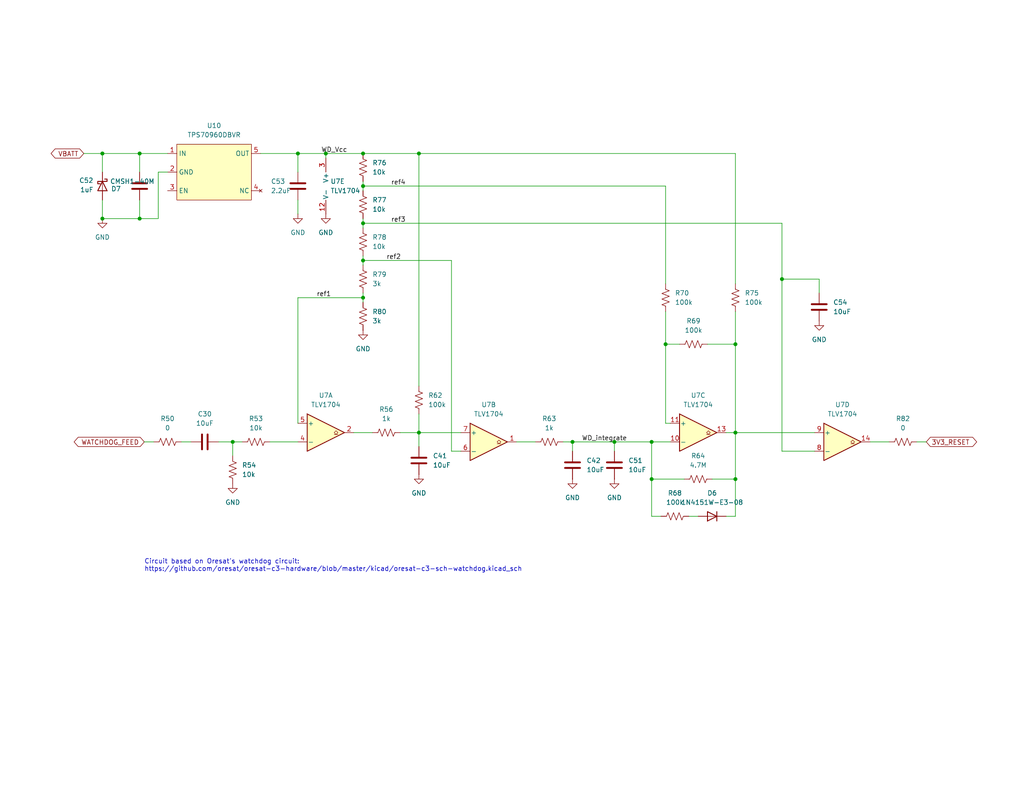
<source format=kicad_sch>
(kicad_sch (version 20250114) (generator "eeschema") (generator_version "9.0")
  (paper "USLetter")
  (title_block (title "Reaction Wheel Motor Board") (date "2025-04-07") (rev "1.1") (company "Stanford Student Space Initiative") (comment 1 "Carson Lauer"))
  (lib_symbols
    (symbol "Device:C" (pin_numbers (hide yes)) (pin_names (offset 0.254))
      (property "Reference" "C" (at 0.635 2.54 0))
      (property "Value" "C" (at 0.635 -2.54 0))
      (symbol "C_0_1"
        (polyline (pts (xy -2.032 0.762) (xy 2.032 0.762)) (stroke (width 0.508)))
        (polyline (pts (xy -2.032 -0.762) (xy 2.032 -0.762)) (stroke (width 0.508)))
      )
      (symbol "C_1_1"
        (pin passive line (at 0 3.81 270) (length 2.794) (name "~") (number "1"))
        (pin passive line (at 0 -3.81 90) (length 2.794) (name "~") (number "2"))
      )
    )
    (symbol "Device:D" (pin_numbers (hide yes)) (pin_names (offset 1.016) (hide yes))
      (property "Reference" "D" (at 0 2.54 0))
      (property "Value" "D" (at 0 -2.54 0))
      (symbol "D_0_1"
        (polyline (pts (xy -1.27 1.27) (xy -1.27 -1.27)) (stroke (width 0.254)))
        (polyline (pts (xy 1.27 1.27) (xy 1.27 -1.27) (xy -1.27 0) (xy 1.27 1.27)) (stroke (width 0.254)))
        (polyline (pts (xy 1.27 0) (xy -1.27 0)))
      )
      (symbol "D_1_1"
        (pin passive line (at -3.81 0 0) (length 2.54) (name "K") (number "1"))
        (pin passive line (at 3.81 0 180) (length 2.54) (name "A") (number "2"))
      )
    )
    (symbol "Device:D_Schottky" (pin_numbers (hide yes)) (pin_names (offset 1.016) (hide yes))
      (property "Reference" "D" (at 0 2.54 0))
      (property "Value" "D_Schottky" (at 0 -2.54 0))
      (symbol "D_Schottky_0_1"
        (polyline (pts (xy -1.905 0.635) (xy -1.905 1.27) (xy -1.27 1.27) (xy -1.27 -1.27) (xy -0.635 -1.27) (xy -0.635 -0.635)) (stroke (width 0.254)))
        (polyline (pts (xy 1.27 1.27) (xy 1.27 -1.27) (xy -1.27 0) (xy 1.27 1.27)) (stroke (width 0.254)))
        (polyline (pts (xy 1.27 0) (xy -1.27 0)))
      )
      (symbol "D_Schottky_1_1"
        (pin passive line (at -3.81 0 0) (length 2.54) (name "K") (number "1"))
        (pin passive line (at 3.81 0 180) (length 2.54) (name "A") (number "2"))
      )
    )
    (symbol "Device:R_US" (pin_numbers (hide yes)) (pin_names (offset 0))
      (property "Reference" "R" (at 2.54 0 90))
      (property "Value" "R_US" (at -2.54 0 90))
      (symbol "R_US_0_1"
        (polyline (pts (xy 0 2.286) (xy 0 2.54)))
        (polyline (pts (xy 0 2.286) (xy 1.016 1.905) (xy 0 1.524) (xy -1.016 1.143) (xy 0 0.762)))
        (polyline (pts (xy 0 0.762) (xy 1.016 0.381) (xy 0 0) (xy -1.016 -0.381) (xy 0 -0.762)))
        (polyline (pts (xy 0 -0.762) (xy 1.016 -1.143) (xy 0 -1.524) (xy -1.016 -1.905) (xy 0 -2.286)))
        (polyline (pts (xy 0 -2.286) (xy 0 -2.54)))
      )
      (symbol "R_US_1_1"
        (pin passive line (at 0 3.81 270) (length 1.27) (name "~") (number "1"))
        (pin passive line (at 0 -3.81 90) (length 1.27) (name "~") (number "2"))
      )
    )
    (symbol "power:GND" (power) (pin_numbers (hide yes)) (pin_names (offset 0) (hide yes))
      (property "Value" "GND" (at 0 -3.81 0))
      (symbol "GND_0_1"
        (polyline (pts (xy 0 0) (xy 0 -1.27) (xy 1.27 -1.27) (xy 0 -2.54) (xy -1.27 -1.27) (xy 0 -1.27)))
      )
      (symbol "GND_1_1"
        (pin power_in line (at 0 0 270) (length 0) (name "~") (number "1"))
      )
    )
    (symbol "ssi_IC:TLV1704" (pin_names (offset 0.127))
      (property "Reference" "U" (at 0 5.08 0))
      (property "Value" "TLV1704" (at 0 -5.08 0))
      (symbol "TLV1704_1_1"
        (polyline (pts (xy -5.08 5.08) (xy 5.08 0) (xy -5.08 -5.08) (xy -5.08 5.08)) (stroke (width 0.254)) (fill (type background)))
        (polyline (pts (xy 3.302 -0.508) (xy 2.794 -0.508) (xy 3.302 0) (xy 2.794 0.508) (xy 2.286 0) (xy 2.794 -0.508) (xy 2.286 -0.508)) (stroke (width 0.127)))
        (pin input line (at -7.62 2.54 0) (length 2.54) (name "+") (number "5"))
        (pin input line (at -7.62 -2.54 0) (length 2.54) (name "-") (number "4"))
        (pin open_collector line (at 7.62 0 180) (length 2.54) (name "~") (number "2"))
      )
      (symbol "TLV1704_2_1"
        (polyline (pts (xy -5.08 5.08) (xy 5.08 0) (xy -5.08 -5.08) (xy -5.08 5.08)) (stroke (width 0.254)) (fill (type background)))
        (polyline (pts (xy 3.302 -0.508) (xy 2.794 -0.508) (xy 3.302 0) (xy 2.794 0.508) (xy 2.286 0) (xy 2.794 -0.508) (xy 2.286 -0.508)) (stroke (width 0.127)))
        (pin input line (at -7.62 2.54 0) (length 2.54) (name "+") (number "7"))
        (pin input line (at -7.62 -2.54 0) (length 2.54) (name "-") (number "6"))
        (pin open_collector line (at 7.62 0 180) (length 2.54) (name "~") (number "1"))
      )
      (symbol "TLV1704_3_1"
        (polyline (pts (xy -5.08 5.08) (xy 5.08 0) (xy -5.08 -5.08) (xy -5.08 5.08)) (stroke (width 0.254)) (fill (type background)))
        (polyline (pts (xy 3.302 -0.508) (xy 2.794 -0.508) (xy 3.302 0) (xy 2.794 0.508) (xy 2.286 0) (xy 2.794 -0.508) (xy 2.286 -0.508)) (stroke (width 0.127)))
        (pin input line (at -7.62 2.54 0) (length 2.54) (name "+") (number "11"))
        (pin input line (at -7.62 -2.54 0) (length 2.54) (name "-") (number "10"))
        (pin open_collector line (at 7.62 0 180) (length 2.54) (name "~") (number "13"))
      )
      (symbol "TLV1704_4_1"
        (polyline (pts (xy -5.08 5.08) (xy 5.08 0) (xy -5.08 -5.08) (xy -5.08 5.08)) (stroke (width 0.254)) (fill (type background)))
        (polyline (pts (xy 3.302 -0.508) (xy 2.794 -0.508) (xy 3.302 0) (xy 2.794 0.508) (xy 2.286 0) (xy 2.794 -0.508) (xy 2.286 -0.508)) (stroke (width 0.127)))
        (pin input line (at -7.62 2.54 0) (length 2.54) (name "+") (number "9"))
        (pin input line (at -7.62 -2.54 0) (length 2.54) (name "-") (number "8"))
        (pin open_collector line (at 7.62 0 180) (length 2.54) (name "~") (number "14"))
      )
      (symbol "TLV1704_5_1"
        (pin power_in line (at -2.54 7.62 270) (length 3.81) (name "V+") (number "3"))
        (pin power_in line (at -2.54 -7.62 90) (length 3.81) (name "V-") (number "12"))
      )
    )
    (symbol "ssi_IC:TPS70960DBVR"
      (property "Reference" "U" (at 0 8.382 0))
      (property "Value" "TPS70960DBVR" (at -0.254 18.542 0))
      (symbol "TPS70960DBVR_1_1"
        (rectangle (start -10.16 6.35) (end 10.16 -8.89) (fill (type background)))
        (pin power_in line (at -12.7 3.81 0) (length 2.54) (name "IN") (number "1"))
        (pin power_in line (at -12.7 -1.27 0) (length 2.54) (name "GND") (number "2"))
        (pin input line (at -12.7 -6.35 0) (length 2.54) (name "EN") (number "3"))
        (pin power_out line (at 12.7 3.81 180) (length 2.54) (name "OUT") (number "5"))
        (pin no_connect line (at 12.7 -6.35 180) (length 2.54) (name "NC") (number "4"))
      )
    )
  )
  (text "Circuit based on Oresat's watchdog circuit:\nhttps://github.com/oresat/oresat-c3-hardware/blob/master/kicad/oresat-c3-sch-watchdog.kicad_sch" (at 39.37 154.432 0) (effects (font (size 1.27 1.27)) (justify left)))
  (junction (at 200.66 130.81))
  (junction (at 114.3 118.11))
  (junction (at 181.61 93.98))
  (junction (at 63.5 120.65))
  (junction (at 99.06 50.8))
  (junction (at 200.66 118.11))
  (junction (at 81.28 41.91))
  (junction (at 156.21 120.65))
  (junction (at 27.94 59.69))
  (junction (at 114.3 41.91))
  (junction (at 88.9 41.91))
  (junction (at 38.1 59.69))
  (junction (at 167.64 120.65))
  (junction (at 38.1 41.91))
  (junction (at 213.36 76.2))
  (junction (at 177.8 120.65))
  (junction (at 27.94 41.91))
  (junction (at 99.06 41.91))
  (junction (at 177.8 130.81))
  (junction (at 99.06 71.12))
  (junction (at 99.06 60.96))
  (junction (at 99.06 81.28))
  (junction (at 200.66 93.98))
  (wire (pts (xy 88.9 41.91) (xy 99.06 41.91)))
  (wire (pts (xy 63.5 120.65) (xy 66.04 120.65)))
  (wire (pts (xy 81.28 46.99) (xy 81.28 41.91)))
  (wire (pts (xy 59.69 120.65) (xy 63.5 120.65)))
  (wire (pts (xy 81.28 54.61) (xy 81.28 58.42)))
  (wire (pts (xy 43.18 46.99) (xy 43.18 59.69)))
  (wire (pts (xy 81.28 81.28) (xy 99.06 81.28)))
  (wire (pts (xy 38.1 46.99) (xy 38.1 41.91)))
  (wire (pts (xy 81.28 41.91) (xy 88.9 41.91)))
  (wire (pts (xy 181.61 93.98) (xy 185.42 93.98)))
  (wire (pts (xy 187.96 140.97) (xy 190.5 140.97)))
  (wire (pts (xy 200.66 93.98) (xy 200.66 118.11)))
  (wire (pts (xy 237.49 120.65) (xy 242.57 120.65)))
  (wire (pts (xy 223.52 80.01) (xy 223.52 76.2)))
  (wire (pts (xy 193.04 93.98) (xy 200.66 93.98)))
  (wire (pts (xy 194.31 130.81) (xy 200.66 130.81)))
  (wire (pts (xy 99.06 80.01) (xy 99.06 81.28)))
  (wire (pts (xy 27.94 59.69) (xy 38.1 59.69)))
  (wire (pts (xy 45.72 46.99) (xy 43.18 46.99)))
  (wire (pts (xy 182.88 115.57) (xy 181.61 115.57)))
  (wire (pts (xy 38.1 41.91) (xy 45.72 41.91)))
  (wire (pts (xy 177.8 130.81) (xy 177.8 120.65)))
  (wire (pts (xy 181.61 93.98) (xy 181.61 115.57)))
  (wire (pts (xy 213.36 60.96) (xy 213.36 76.2)))
  (wire (pts (xy 156.21 120.65) (xy 167.64 120.65)))
  (wire (pts (xy 125.73 123.19) (xy 123.19 123.19)))
  (wire (pts (xy 27.94 54.61) (xy 27.94 59.69)))
  (wire (pts (xy 99.06 59.69) (xy 99.06 60.96)))
  (wire (pts (xy 41.91 120.65) (xy 39.37 120.65)))
  (wire (pts (xy 177.8 120.65) (xy 182.88 120.65)))
  (wire (pts (xy 200.66 77.47) (xy 200.66 41.91)))
  (wire (pts (xy 153.67 120.65) (xy 156.21 120.65)))
  (wire (pts (xy 180.34 140.97) (xy 177.8 140.97)))
  (wire (pts (xy 114.3 118.11) (xy 114.3 121.92)))
  (wire (pts (xy 114.3 41.91) (xy 114.3 105.41)))
  (wire (pts (xy 200.66 140.97) (xy 200.66 130.81)))
  (wire (pts (xy 114.3 118.11) (xy 125.73 118.11)))
  (wire (pts (xy 181.61 50.8) (xy 181.61 77.47)))
  (wire (pts (xy 177.8 130.81) (xy 186.69 130.81)))
  (wire (pts (xy 99.06 81.28) (xy 99.06 82.55)))
  (wire (pts (xy 99.06 41.91) (xy 114.3 41.91)))
  (wire (pts (xy 213.36 123.19) (xy 222.25 123.19)))
  (wire (pts (xy 27.94 41.91) (xy 38.1 41.91)))
  (wire (pts (xy 43.18 59.69) (xy 38.1 59.69)))
  (wire (pts (xy 38.1 54.61) (xy 38.1 59.69)))
  (wire (pts (xy 198.12 118.11) (xy 200.66 118.11)))
  (wire (pts (xy 213.36 76.2) (xy 223.52 76.2)))
  (wire (pts (xy 250.19 120.65) (xy 252.73 120.65)))
  (wire (pts (xy 27.94 46.99) (xy 27.94 41.91)))
  (wire (pts (xy 73.66 120.65) (xy 81.28 120.65)))
  (wire (pts (xy 63.5 120.65) (xy 63.5 124.46)))
  (wire (pts (xy 114.3 113.03) (xy 114.3 118.11)))
  (wire (pts (xy 96.52 118.11) (xy 101.6 118.11)))
  (wire (pts (xy 99.06 49.53) (xy 99.06 50.8)))
  (wire (pts (xy 27.94 41.91) (xy 22.86 41.91)))
  (wire (pts (xy 99.06 50.8) (xy 99.06 52.07)))
  (wire (pts (xy 71.12 41.91) (xy 81.28 41.91)))
  (wire (pts (xy 123.19 71.12) (xy 99.06 71.12)))
  (wire (pts (xy 49.53 120.65) (xy 52.07 120.65)))
  (wire (pts (xy 200.66 130.81) (xy 200.66 118.11)))
  (wire (pts (xy 213.36 76.2) (xy 213.36 123.19)))
  (wire (pts (xy 109.22 118.11) (xy 114.3 118.11)))
  (wire (pts (xy 200.66 85.09) (xy 200.66 93.98)))
  (wire (pts (xy 177.8 140.97) (xy 177.8 130.81)))
  (wire (pts (xy 99.06 69.85) (xy 99.06 71.12)))
  (wire (pts (xy 200.66 118.11) (xy 222.25 118.11)))
  (wire (pts (xy 99.06 50.8) (xy 181.61 50.8)))
  (wire (pts (xy 181.61 85.09) (xy 181.61 93.98)))
  (wire (pts (xy 99.06 60.96) (xy 99.06 62.23)))
  (wire (pts (xy 99.06 60.96) (xy 213.36 60.96)))
  (wire (pts (xy 99.06 71.12) (xy 99.06 72.39)))
  (wire (pts (xy 156.21 123.19) (xy 156.21 120.65)))
  (wire (pts (xy 198.12 140.97) (xy 200.66 140.97)))
  (wire (pts (xy 123.19 123.19) (xy 123.19 71.12)))
  (wire (pts (xy 88.9 41.91) (xy 88.9 43.18)))
  (wire (pts (xy 81.28 115.57) (xy 81.28 81.28)))
  (wire (pts (xy 167.64 120.65) (xy 177.8 120.65)))
  (wire (pts (xy 140.97 120.65) (xy 146.05 120.65)))
  (wire (pts (xy 167.64 120.65) (xy 167.64 123.19)))
  (wire (pts (xy 114.3 41.91) (xy 200.66 41.91)))
  (label "ref2" (at 105.41 71.12 0))
  (label "WD_Vcc" (at 87.63 41.91 0))
  (label "WD_integrate" (at 158.75 120.65 0))
  (label "ref1" (at 86.36 81.28 0))
  (label "ref3" (at 106.68 60.96 0))
  (label "ref4" (at 106.68 50.8 0))
  (global_label "3V3_RESET" (shape bidirectional) (at 252.73 120.65 0) (property "Intersheetrefs" "${INTERSHEET_REFS}" (effects (hide yes))))
  (global_label "VBATT" (shape bidirectional) (at 22.86 41.91 180) (property "Intersheetrefs" "${INTERSHEET_REFS}" (effects (hide yes))))
  (global_label "WATCHDOG_FEED" (shape bidirectional) (at 39.37 120.65 180) (property "Intersheetrefs" "${INTERSHEET_REFS}" (effects (hide yes))))
  (symbol (lib_id "ssi_IC:TLV1704") (at 91.44 50.8 0) (unit 5)
    (property "Reference" "U7" (at 90.17 49.5299 0) (effects (justify left)))
    (property "Value" "TLV1704" (at 90.17 52.0699 0) (effects (justify left)))
    (property "Footprint" "Package_SO:TSSOP-14_4.4x5mm_P0.65mm" (effects (hide yes)))
    (property "Datasheet" "https://www.ti.com/lit/ds/symlink/tlv1704-sep.pdf" (effects (hide yes)))
    (property "Description" "Quad Differential Comparators, SOIC-14/TSSOP-14" (effects (hide yes)))
  )
  (symbol (lib_id "Device:R_US") (at 105.41 118.11 90) (unit 1)
    (property "Reference" "R56" (at 105.41 111.76 90))
    (property "Value" "1k" (at 105.41 114.3 90))
    (property "Footprint" "Resistor_SMD:R_0603_1608Metric" (effects (hide yes)))
    (property "Description" "Resistor, US symbol" (effects (hide yes)))
  )
  (symbol (lib_id "Device:R_US") (at 45.72 120.65 90) (unit 1)
    (property "Reference" "R50" (at 45.72 114.3 90))
    (property "Value" "0" (at 45.72 116.84 90))
    (property "Footprint" "Resistor_SMD:R_0603_1608Metric" (effects (hide yes)))
    (property "Description" "Resistor, US symbol" (effects (hide yes)))
  )
  (symbol (lib_id "Device:C") (at 167.64 127 180) (unit 1)
    (property "Reference" "C51" (at 171.45 125.7299 0) (effects (justify right)))
    (property "Value" "10uF" (at 171.45 128.2699 0) (effects (justify right)))
    (property "Footprint" "Capacitor_SMD:C_0603_1608Metric" (effects (hide yes)))
    (property "Description" "Unpolarized capacitor" (effects (hide yes)))
  )
  (symbol (lib_id "Device:R_US") (at 99.06 76.2 0) (unit 1)
    (property "Reference" "R79" (at 101.6 74.9299 0) (effects (justify left)))
    (property "Value" "3k" (at 101.6 77.4699 0) (effects (justify left)))
    (property "Footprint" "Resistor_SMD:R_0603_1608Metric" (effects (hide yes)))
    (property "Description" "Resistor, US symbol" (effects (hide yes)))
  )
  (symbol (lib_id "Device:R_US") (at 184.15 140.97 90) (unit 1)
    (property "Reference" "R68" (at 184.15 134.62 90))
    (property "Value" "100k" (at 184.15 137.16 90))
    (property "Footprint" "Resistor_SMD:R_0603_1608Metric" (effects (hide yes)))
    (property "Description" "Resistor, US symbol" (effects (hide yes)))
  )
  (symbol (lib_id "power:GND") (at 88.9 58.42 0) (unit 1)
    (property "Reference" "#PWR076" (effects (hide yes)))
    (property "Value" "GND" (at 88.9 63.5 0))
    (property "Description" "Power symbol creates a global label with name \"GND\" , ground" (effects (hide yes)))
  )
  (symbol (lib_id "Device:R_US") (at 99.06 45.72 0) (unit 1)
    (property "Reference" "R76" (at 101.6 44.4499 0) (effects (justify left)))
    (property "Value" "10k" (at 101.6 46.9899 0) (effects (justify left)))
    (property "Footprint" "Resistor_SMD:R_0603_1608Metric" (effects (hide yes)))
    (property "Description" "Resistor, US symbol" (effects (hide yes)))
  )
  (symbol (lib_id "Device:R_US") (at 189.23 93.98 90) (unit 1)
    (property "Reference" "R69" (at 189.23 87.63 90))
    (property "Value" "100k" (at 189.23 90.17 90))
    (property "Footprint" "Resistor_SMD:R_0603_1608Metric" (effects (hide yes)))
    (property "Description" "Resistor, US symbol" (effects (hide yes)))
  )
  (symbol (lib_id "power:GND") (at 81.28 58.42 0) (unit 1)
    (property "Reference" "#PWR077" (effects (hide yes)))
    (property "Value" "GND" (at 81.28 63.5 0))
    (property "Description" "Power symbol creates a global label with name \"GND\" , ground" (effects (hide yes)))
  )
  (symbol (lib_id "Device:D") (at 194.31 140.97 180) (unit 1)
    (property "Reference" "D6" (at 194.31 134.62 0))
    (property "Value" "1N4151W-E3-08" (at 194.31 137.16 0))
    (property "Footprint" "Diode_SMD:D_SOD-123" (effects (hide yes)))
    (property "Datasheet" "https://mm.digikey.com/Volume0/opasdata/d220001/medias/docus/6130/1n4151w_a.pdf" (effects (hide yes)))
    (property "Description" "Diode" (effects (hide yes)))
    (property "Sim.Device" "D" (effects (hide yes)))
    (property "Sim.Pins" "1=K 2=A" (effects (hide yes)))
  )
  (symbol (lib_id "power:GND") (at 63.5 132.08 0) (unit 1)
    (property "Reference" "#PWR065" (effects (hide yes)))
    (property "Value" "GND" (at 63.5 137.16 0))
    (property "Description" "Power symbol creates a global label with name \"GND\" , ground" (effects (hide yes)))
  )
  (symbol (lib_id "Device:C") (at 81.28 50.8 0) (unit 1)
    (property "Reference" "C53" (at 73.914 49.53 0) (effects (justify left)))
    (property "Value" "2.2uF" (at 73.914 52.07 0) (effects (justify left)))
    (property "Footprint" "Capacitor_SMD:C_0603_1608Metric" (effects (hide yes)))
    (property "Description" "Unpolarized capacitor" (effects (hide yes)))
  )
  (symbol (lib_id "Device:R_US") (at 63.5 128.27 180) (unit 1)
    (property "Reference" "R54" (at 66.04 126.9999 0) (effects (justify right)))
    (property "Value" "10k" (at 66.04 129.5399 0) (effects (justify right)))
    (property "Footprint" "Resistor_SMD:R_0603_1608Metric" (effects (hide yes)))
    (property "Description" "Resistor, US symbol" (effects (hide yes)))
  )
  (symbol (lib_id "ssi_IC:TLV1704") (at 190.5 118.11 0) (unit 3)
    (property "Reference" "U7" (at 190.5 107.95 0))
    (property "Value" "TLV1704" (at 190.5 110.49 0))
    (property "Footprint" "Package_SO:TSSOP-14_4.4x5mm_P0.65mm" (effects (hide yes)))
    (property "Datasheet" "https://www.ti.com/lit/ds/symlink/tlv1704-sep.pdf" (effects (hide yes)))
    (property "Description" "Quad Differential Comparators, SOIC-14/TSSOP-14" (effects (hide yes)))
  )
  (symbol (lib_id "Device:C") (at 156.21 127 180) (unit 1)
    (property "Reference" "C42" (at 160.02 125.7299 0) (effects (justify right)))
    (property "Value" "10uF" (at 160.02 128.2699 0) (effects (justify right)))
    (property "Footprint" "Capacitor_SMD:C_0603_1608Metric" (effects (hide yes)))
    (property "Description" "Unpolarized capacitor" (effects (hide yes)))
  )
  (symbol (lib_id "power:GND") (at 156.21 130.81 0) (unit 1)
    (property "Reference" "#PWR072" (effects (hide yes)))
    (property "Value" "GND" (at 156.21 135.89 0))
    (property "Description" "Power symbol creates a global label with name \"GND\" , ground" (effects (hide yes)))
  )
  (symbol (lib_id "Device:R_US") (at 99.06 66.04 0) (unit 1)
    (property "Reference" "R78" (at 101.6 64.7699 0) (effects (justify left)))
    (property "Value" "10k" (at 101.6 67.3099 0) (effects (justify left)))
    (property "Footprint" "Resistor_SMD:R_0603_1608Metric" (effects (hide yes)))
    (property "Description" "Resistor, US symbol" (effects (hide yes)))
  )
  (symbol (lib_id "power:GND") (at 27.94 59.69 0) (unit 1)
    (property "Reference" "#PWR060" (effects (hide yes)))
    (property "Value" "GND" (at 27.94 64.77 0))
    (property "Description" "Power symbol creates a global label with name \"GND\" , ground" (effects (hide yes)))
  )
  (symbol (lib_id "Device:R_US") (at 181.61 81.28 180) (unit 1)
    (property "Reference" "R70" (at 184.15 80.0099 0) (effects (justify right)))
    (property "Value" "100k" (at 184.15 82.5499 0) (effects (justify right)))
    (property "Footprint" "Resistor_SMD:R_0603_1608Metric" (effects (hide yes)))
    (property "Description" "Resistor, US symbol" (effects (hide yes)))
  )
  (symbol (lib_id "power:GND") (at 167.64 130.81 0) (unit 1)
    (property "Reference" "#PWR074" (effects (hide yes)))
    (property "Value" "GND" (at 167.64 135.89 0))
    (property "Description" "Power symbol creates a global label with name \"GND\" , ground" (effects (hide yes)))
  )
  (symbol (lib_id "power:GND") (at 114.3 129.54 0) (unit 1)
    (property "Reference" "#PWR069" (effects (hide yes)))
    (property "Value" "GND" (at 114.3 134.62 0))
    (property "Description" "Power symbol creates a global label with name \"GND\" , ground" (effects (hide yes)))
  )
  (symbol (lib_id "Device:R_US") (at 99.06 86.36 0) (unit 1)
    (property "Reference" "R80" (at 101.6 85.0899 0) (effects (justify left)))
    (property "Value" "3k" (at 101.6 87.6299 0) (effects (justify left)))
    (property "Footprint" "Resistor_SMD:R_0603_1608Metric" (effects (hide yes)))
    (property "Description" "Resistor, US symbol" (effects (hide yes)))
  )
  (symbol (lib_id "Device:R_US") (at 99.06 55.88 0) (unit 1)
    (property "Reference" "R77" (at 101.6 54.6099 0) (effects (justify left)))
    (property "Value" "10k" (at 101.6 57.1499 0) (effects (justify left)))
    (property "Footprint" "Resistor_SMD:R_0603_1608Metric" (effects (hide yes)))
    (property "Description" "Resistor, US symbol" (effects (hide yes)))
  )
  (symbol (lib_id "ssi_IC:TLV1704") (at 88.9 118.11 0) (unit 1)
    (property "Reference" "U7" (at 88.9 107.95 0))
    (property "Value" "TLV1704" (at 88.9 110.49 0))
    (property "Footprint" "Package_SO:TSSOP-14_4.4x5mm_P0.65mm" (effects (hide yes)))
    (property "Datasheet" "https://www.ti.com/lit/ds/symlink/tlv1704-sep.pdf" (effects (hide yes)))
    (property "Description" "Quad Differential Comparators, SOIC-14/TSSOP-14" (effects (hide yes)))
  )
  (symbol (lib_id "Device:R_US") (at 246.38 120.65 90) (unit 1)
    (property "Reference" "R82" (at 246.38 114.3 90))
    (property "Value" "0" (at 246.38 116.84 90))
    (property "Footprint" "Resistor_SMD:R_0603_1608Metric" (effects (hide yes)))
    (property "Description" "Resistor, US symbol" (effects (hide yes)))
  )
  (symbol (lib_id "ssi_IC:TLV1704") (at 229.87 120.65 0) (unit 4)
    (property "Reference" "U7" (at 229.87 110.49 0))
    (property "Value" "TLV1704" (at 229.87 113.03 0))
    (property "Footprint" "Package_SO:TSSOP-14_4.4x5mm_P0.65mm" (effects (hide yes)))
    (property "Datasheet" "https://www.ti.com/lit/ds/symlink/tlv1704-sep.pdf" (effects (hide yes)))
    (property "Description" "Quad Differential Comparators, SOIC-14/TSSOP-14" (effects (hide yes)))
  )
  (symbol (lib_id "ssi_IC:TLV1704") (at 133.35 120.65 0) (unit 2)
    (property "Reference" "U7" (at 133.35 110.49 0))
    (property "Value" "TLV1704" (at 133.35 113.03 0))
    (property "Footprint" "Package_SO:TSSOP-14_4.4x5mm_P0.65mm" (effects (hide yes)))
    (property "Datasheet" "https://www.ti.com/lit/ds/symlink/tlv1704-sep.pdf" (effects (hide yes)))
    (property "Description" "Quad Differential Comparators, SOIC-14/TSSOP-14" (effects (hide yes)))
  )
  (symbol (lib_id "Device:C") (at 114.3 125.73 180) (unit 1)
    (property "Reference" "C41" (at 118.11 124.4599 0) (effects (justify right)))
    (property "Value" "10uF" (at 118.11 126.9999 0) (effects (justify right)))
    (property "Footprint" "Capacitor_SMD:C_0603_1608Metric" (effects (hide yes)))
    (property "Description" "Unpolarized capacitor" (effects (hide yes)))
  )
  (symbol (lib_id "Device:R_US") (at 69.85 120.65 90) (unit 1)
    (property "Reference" "R53" (at 69.85 114.3 90))
    (property "Value" "10k" (at 69.85 116.84 90))
    (property "Footprint" "Resistor_SMD:R_0603_1608Metric" (effects (hide yes)))
    (property "Description" "Resistor, US symbol" (effects (hide yes)))
  )
  (symbol (lib_id "Device:C") (at 38.1 50.8 0) (unit 1)
    (property "Reference" "C52" (at 21.59 49.276 0) (effects (justify left)))
    (property "Value" "1uF" (at 21.844 51.816 0) (effects (justify left)))
    (property "Footprint" "Capacitor_SMD:C_0603_1608Metric" (effects (hide yes)))
    (property "Description" "Unpolarized capacitor" (effects (hide yes)))
  )
  (symbol (lib_id "ssi_IC:TPS70960DBVR") (at 58.42 45.72 0) (unit 1)
    (property "Reference" "U10" (at 58.42 34.29 0))
    (property "Value" "TPS70960DBVR" (at 58.42 36.83 0))
    (property "Footprint" "Package_TO_SOT_SMD:SOT-23-5" (effects (hide yes)))
    (property "Datasheet" "https://www.ti.com/lit/ds/symlink/tps709.pdf" (effects (hide yes)))
    (property "Description" "6V LDO" (effects (hide yes)))
  )
  (symbol (lib_id "power:GND") (at 99.06 90.17 0) (unit 1)
    (property "Reference" "#PWR075" (effects (hide yes)))
    (property "Value" "GND" (at 99.06 95.25 0))
    (property "Description" "Power symbol creates a global label with name \"GND\" , ground" (effects (hide yes)))
  )
  (symbol (lib_id "Device:R_US") (at 190.5 130.81 90) (unit 1)
    (property "Reference" "R64" (at 190.5 124.46 90))
    (property "Value" "4.7M" (at 190.5 127 90))
    (property "Footprint" "Resistor_SMD:R_0603_1608Metric" (effects (hide yes)))
    (property "Description" "Resistor, US symbol" (effects (hide yes)))
  )
  (symbol (lib_id "Device:D_Schottky") (at 27.94 50.8 270) (unit 1)
    (property "Reference" "D7" (at 33.02 51.562 90) (effects (justify right)))
    (property "Value" "CMSH1-40M" (at 42.164 49.53 90) (effects (justify right)))
    (property "Footprint" "ssi_diode:DIOM5226X262N" (effects (hide yes)))
    (property "Datasheet" "https://www.digikey.com/en/products/detail/central-semiconductor-corp/CMSH1-40M-TR13-PBFREE/4807415" (effects (hide yes)))
    (property "Description" "Schottky diode" (effects (hide yes)))
  )
  (symbol (lib_id "Device:R_US") (at 149.86 120.65 90) (unit 1)
    (property "Reference" "R63" (at 149.86 114.3 90))
    (property "Value" "1k" (at 149.86 116.84 90))
    (property "Footprint" "Resistor_SMD:R_0603_1608Metric" (effects (hide yes)))
    (property "Description" "Resistor, US symbol" (effects (hide yes)))
  )
  (symbol (lib_id "Device:R_US") (at 200.66 81.28 180) (unit 1)
    (property "Reference" "R75" (at 203.2 80.0099 0) (effects (justify right)))
    (property "Value" "100k" (at 203.2 82.5499 0) (effects (justify right)))
    (property "Footprint" "Resistor_SMD:R_0603_1608Metric" (effects (hide yes)))
    (property "Description" "Resistor, US symbol" (effects (hide yes)))
  )
  (symbol (lib_id "Device:C") (at 55.88 120.65 90) (unit 1)
    (property "Reference" "C30" (at 55.88 113.03 90))
    (property "Value" "10uF" (at 55.88 115.57 90))
    (property "Footprint" "Capacitor_SMD:C_0603_1608Metric" (effects (hide yes)))
    (property "Description" "Unpolarized capacitor" (effects (hide yes)))
  )
  (symbol (lib_id "power:GND") (at 223.52 87.63 0) (unit 1)
    (property "Reference" "#PWR078" (effects (hide yes)))
    (property "Value" "GND" (at 223.52 92.71 0))
    (property "Description" "Power symbol creates a global label with name \"GND\" , ground" (effects (hide yes)))
  )
  (symbol (lib_id "Device:R_US") (at 114.3 109.22 180) (unit 1)
    (property "Reference" "R62" (at 116.84 107.9499 0) (effects (justify right)))
    (property "Value" "100k" (at 116.84 110.4899 0) (effects (justify right)))
    (property "Footprint" "Resistor_SMD:R_0603_1608Metric" (effects (hide yes)))
    (property "Description" "Resistor, US symbol" (effects (hide yes)))
  )
  (symbol (lib_id "Device:C") (at 223.52 83.82 180) (unit 1)
    (property "Reference" "C54" (at 227.33 82.5499 0) (effects (justify right)))
    (property "Value" "10uF" (at 227.33 85.0899 0) (effects (justify right)))
    (property "Footprint" "Capacitor_SMD:C_0603_1608Metric" (effects (hide yes)))
    (property "Description" "Unpolarized capacitor" (effects (hide yes)))
  )
)
</source>
